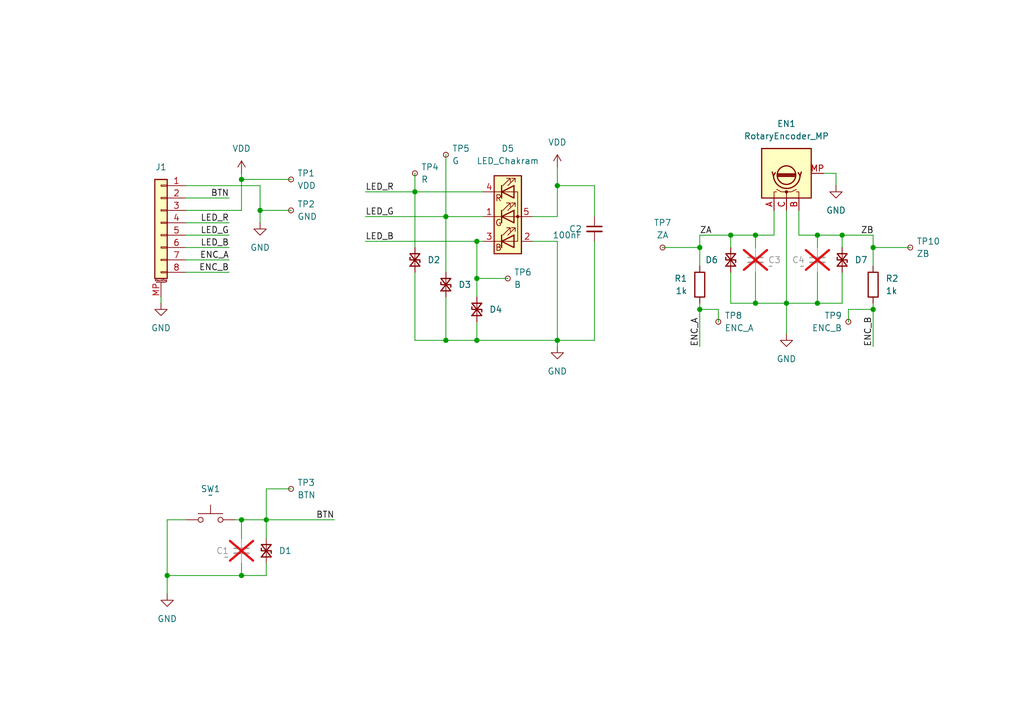
<source format=kicad_sch>
(kicad_sch (version 20231120) (generator "eeschema") (generator_version "8.0")
  (paper "A5")
  (title_block (title "Chakram Scroll Wheel") (date "2024-07-04") (rev "1.0") (company "Petr Moucha") (comment 2 "Licensed under CERN-OHL-W v2"))
  (lib_symbols
    (symbol "Connector:TestPoint_Small" (pin_numbers hide) (pin_names (offset 0.762) hide)
      (property "Reference" "TP" (at 0 3.81 0))
      (property "Value" "TestPoint_Small" (at 0 2.032 0))
      (symbol "TestPoint_Small_0_1"
        (circle (center 0 0) (radius 0.508))
      )
      (symbol "TestPoint_Small_1_1"
        (pin passive line (at 0 0 90) (length 0) (name "1") (number "1"))
      )
    )
    (symbol "Connector_Generic_MountingPin:Conn_01x08_MountingPin" (pin_names (offset 1.016) hide)
      (property "Reference" "J" (at 0 10.16 0))
      (property "Value" "Conn_01x08_MountingPin" (at 1.27 -12.7 0))
      (symbol "Conn_01x08_MountingPin_1_1"
        (rectangle (start -1.27 -10.033) (end 0 -10.287) (stroke (width 0.1524)))
        (rectangle (start -1.27 -7.493) (end 0 -7.747) (stroke (width 0.1524)))
        (rectangle (start -1.27 -4.953) (end 0 -5.207) (stroke (width 0.1524)))
        (rectangle (start -1.27 -2.413) (end 0 -2.667) (stroke (width 0.1524)))
        (rectangle (start -1.27 0.127) (end 0 -0.127) (stroke (width 0.1524)))
        (rectangle (start -1.27 2.667) (end 0 2.413) (stroke (width 0.1524)))
        (rectangle (start -1.27 5.207) (end 0 4.953) (stroke (width 0.1524)))
        (rectangle (start -1.27 7.747) (end 0 7.493) (stroke (width 0.1524)))
        (rectangle (start -1.27 8.89) (end 1.27 -11.43) (stroke (width 0.254)) (fill (type background)))
        (polyline (pts (xy -1.016 -12.192) (xy 1.016 -12.192)) (stroke (width 0.1524)))
        (text "Mounting" (at 0 -11.811 0) (effects (font (size 0.381 0.381))))
        (pin passive line (at -5.08 7.62 0) (length 3.81) (name "Pin_1") (number "1"))
        (pin passive line (at -5.08 5.08 0) (length 3.81) (name "Pin_2") (number "2"))
        (pin passive line (at -5.08 2.54 0) (length 3.81) (name "Pin_3") (number "3"))
        (pin passive line (at -5.08 0 0) (length 3.81) (name "Pin_4") (number "4"))
        (pin passive line (at -5.08 -2.54 0) (length 3.81) (name "Pin_5") (number "5"))
        (pin passive line (at -5.08 -5.08 0) (length 3.81) (name "Pin_6") (number "6"))
        (pin passive line (at -5.08 -7.62 0) (length 3.81) (name "Pin_7") (number "7"))
        (pin passive line (at -5.08 -10.16 0) (length 3.81) (name "Pin_8") (number "8"))
        (pin passive line (at 0 -15.24 90) (length 3.048) (name "MountPin") (number "MP"))
      )
    )
    (symbol "Device:C_Small" (pin_numbers hide) (pin_names (offset 0.254) hide)
      (property "Reference" "C" (at 0.254 1.778 0))
      (property "Value" "C_Small" (at 0.254 -2.032 0))
      (symbol "C_Small_0_1"
        (polyline (pts (xy -1.524 -0.508) (xy 1.524 -0.508)) (stroke (width 0.3302)))
        (polyline (pts (xy -1.524 0.508) (xy 1.524 0.508)) (stroke (width 0.3048)))
      )
      (symbol "C_Small_1_1"
        (pin passive line (at 0 2.54 270) (length 2.032) (name "~") (number "1"))
        (pin passive line (at 0 -2.54 90) (length 2.032) (name "~") (number "2"))
      )
    )
    (symbol "Device:D_TVS_Small" (pin_numbers hide) (pin_names (offset 1.016) hide)
      (property "Reference" "D" (at 0 2.54 0))
      (property "Value" "D_TVS_Small" (at 0 -2.54 0))
      (symbol "D_TVS_Small_0_1"
        (polyline (pts (xy -1.27 0) (xy 1.27 0)))
        (polyline (pts (xy 0.508 1.016) (xy 0 1.016) (xy 0 -1.016) (xy -0.508 -1.016)) (stroke (width 0.254)))
        (polyline (pts (xy -1.27 1.016) (xy -1.27 -1.016) (xy 1.27 1.016) (xy 1.27 -1.016) (xy -1.27 1.016)) (stroke (width 0.254)))
      )
      (symbol "D_TVS_Small_1_1"
        (pin passive line (at -2.54 0 0) (length 1.27) (name "A1") (number "1"))
        (pin passive line (at 2.54 0 180) (length 1.27) (name "A2") (number "2"))
      )
    )
    (symbol "Device:R" (pin_numbers hide) (pin_names (offset 0))
      (property "Reference" "R" (at 2.032 0 90))
      (property "Value" "R" (at 0 0 90))
      (symbol "R_0_1"
        (rectangle (start -1.016 -2.54) (end 1.016 2.54) (stroke (width 0.254)))
      )
      (symbol "R_1_1"
        (pin passive line (at 0 3.81 270) (length 1.27) (name "~") (number "1"))
        (pin passive line (at 0 -3.81 90) (length 1.27) (name "~") (number "2"))
      )
    )
    (symbol "Moucha_Mechanical:RotaryEncoder_MP" (pin_names (offset 0.254) hide)
      (property "Reference" "EN" (at 0 8.89 0))
      (property "Value" "RotaryEncoder_MP" (at 0 6.35 0))
      (symbol "RotaryEncoder_MP_0_1"
        (rectangle (start -5.08 5.08) (end 5.08 -5.08) (stroke (width 0.254)) (fill (type background)))
        (circle (center -3.81 0) (radius 0.254) (fill (type outline)))
        (circle (center -0.381 0) (radius 1.905) (stroke (width 0.254)))
        (arc (start -0.381 2.667) (mid -3.0988 -0.0635) (end -0.381 -2.794) (stroke (width 0.254)))
        (polyline (pts (xy -0.635 -1.778) (xy -0.635 1.778)) (stroke (width 0.254)))
        (polyline (pts (xy -0.381 -1.778) (xy -0.381 1.778)) (stroke (width 0.254)))
        (polyline (pts (xy -0.127 1.778) (xy -0.127 -1.778)) (stroke (width 0.254)))
        (polyline (pts (xy -5.08 -2.54) (xy -3.81 -2.54) (xy -3.81 -2.032)))
        (polyline (pts (xy -5.08 2.54) (xy -3.81 2.54) (xy -3.81 2.032)))
        (polyline (pts (xy 0.254 -3.048) (xy -0.508 -2.794) (xy 0.127 -2.413)) (stroke (width 0.254)))
        (polyline (pts (xy 0.254 2.921) (xy -0.508 2.667) (xy 0.127 2.286)) (stroke (width 0.254)))
        (polyline (pts (xy -5.08 0) (xy -3.81 0) (xy -3.81 -1.016) (xy -3.302 -2.032)))
        (polyline (pts (xy -4.318 0) (xy -3.81 0) (xy -3.81 1.016) (xy -3.302 2.032)))
      )
      (symbol "RotaryEncoder_MP_1_1"
        (pin passive line (at -7.62 2.54 0) (length 2.54) (name "A") (number "A"))
        (pin passive line (at -7.62 -2.54 0) (length 2.54) (name "B") (number "B"))
        (pin passive line (at -7.62 0 0) (length 2.54) (name "C") (number "C"))
        (pin passive line (at 0 -7.62 90) (length 2.54) (name "MP") (number "MP"))
      )
    )
    (symbol "Moucha_Modules:LED_Chakram" (pin_names (offset 0) hide)
      (property "Reference" "D" (at 0 9.398 0))
      (property "Value" "LED_Chakram" (at 0 -8.89 0))
      (symbol "LED_Chakram_0_0"
        (text "B" (at -1.905 -6.35 0) (effects (font (size 1.27 1.27))))
        (text "G" (at -1.905 -1.27 0) (effects (font (size 1.27 1.27))))
        (text "R" (at -1.905 3.81 0) (effects (font (size 1.27 1.27))))
      )
      (symbol "LED_Chakram_0_1"
        (rectangle (start -2.794 8.382) (end 2.794 -7.62) (stroke (width 0.254)) (fill (type background)))
        (polyline (pts (xy -1.27 -5.08) (xy -2.54 -5.08)))
        (polyline (pts (xy -1.27 -5.08) (xy 1.27 -5.08)))
        (polyline (pts (xy -1.27 -3.81) (xy -1.27 -6.35)) (stroke (width 0.254)))
        (polyline (pts (xy -1.27 0) (xy -2.54 0)))
        (polyline (pts (xy -1.27 1.27) (xy -1.27 -1.27)) (stroke (width 0.254)))
        (polyline (pts (xy -1.27 5.08) (xy -2.54 5.08)))
        (polyline (pts (xy -1.27 5.08) (xy 1.27 5.08)))
        (polyline (pts (xy -1.27 6.35) (xy -1.27 3.81)) (stroke (width 0.254)))
        (polyline (pts (xy 1.27 0) (xy -1.27 0)))
        (polyline (pts (xy 1.27 0) (xy 2.54 0)))
        (polyline (pts (xy -1.27 1.27) (xy -1.27 -1.27) (xy -1.27 -1.27)))
        (polyline (pts (xy -1.27 6.35) (xy -1.27 3.81) (xy -1.27 3.81)))
        (polyline (pts (xy 1.27 -5.08) (xy 2.032 -5.08) (xy 2.032 5.08) (xy 1.27 5.08)))
        (polyline (pts (xy 1.27 -3.81) (xy 1.27 -6.35) (xy -1.27 -5.08) (xy 1.27 -3.81)) (stroke (width 0.254)))
        (polyline (pts (xy 1.27 1.27) (xy 1.27 -1.27) (xy -1.27 0) (xy 1.27 1.27)) (stroke (width 0.254)))
        (polyline (pts (xy 1.27 6.35) (xy 1.27 3.81) (xy -1.27 5.08) (xy 1.27 6.35)) (stroke (width 0.254)))
        (polyline (pts (xy -1.016 -3.81) (xy 0.508 -2.286) (xy -0.254 -2.286) (xy 0.508 -2.286) (xy 0.508 -3.048)))
        (polyline (pts (xy -1.016 1.27) (xy 0.508 2.794) (xy -0.254 2.794) (xy 0.508 2.794) (xy 0.508 2.032)))
        (polyline (pts (xy -1.016 6.35) (xy 0.508 7.874) (xy -0.254 7.874) (xy 0.508 7.874) (xy 0.508 7.112)))
        (polyline (pts (xy 0 -3.81) (xy 1.524 -2.286) (xy 0.762 -2.286) (xy 1.524 -2.286) (xy 1.524 -3.048)))
        (polyline (pts (xy 0 1.27) (xy 1.524 2.794) (xy 0.762 2.794) (xy 1.524 2.794) (xy 1.524 2.032)))
        (polyline (pts (xy 0 6.35) (xy 1.524 7.874) (xy 0.762 7.874) (xy 1.524 7.874) (xy 1.524 7.112)))
        (rectangle (start 1.27 -1.27) (end 1.27 1.27))
        (rectangle (start 1.27 1.27) (end 1.27 1.27))
        (rectangle (start 1.27 3.81) (end 1.27 6.35))
        (rectangle (start 1.27 6.35) (end 1.27 6.35))
        (circle (center 2.032 0) (radius 0.254) (fill (type outline)))
      )
      (symbol "LED_Chakram_1_1"
        (pin passive line (at -5.08 0 0) (length 2.54) (name "GK") (number "1"))
        (pin passive line (at 5.08 -5.08 180) (length 2.2) (name "EP") (number "2"))
        (pin passive line (at -5.08 -5.08 0) (length 2.54) (name "BK") (number "3"))
        (pin passive line (at -5.08 5.08 0) (length 2.54) (name "RK") (number "4"))
        (pin passive line (at 5.08 0 180) (length 2.54) (name "A") (number "5"))
      )
    )
    (symbol "Switch:SW_Push" (pin_numbers hide) (pin_names (offset 1.016) hide)
      (property "Reference" "SW" (at 1.27 2.54 0))
      (property "Value" "SW_Push" (at 0 -1.524 0))
      (symbol "SW_Push_0_1"
        (circle (center -2.032 0) (radius 0.508))
        (polyline (pts (xy 0 1.27) (xy 0 3.048)))
        (polyline (pts (xy 2.54 1.27) (xy -2.54 1.27)))
        (circle (center 2.032 0) (radius 0.508))
        (pin passive line (at -5.08 0 0) (length 2.54) (name "1") (number "1"))
        (pin passive line (at 5.08 0 180) (length 2.54) (name "2") (number "2"))
      )
    )
    (symbol "power:GND" (power) (pin_numbers hide) (pin_names (offset 0) hide)
      (property "Value" "GND" (at 0 -3.81 0))
      (symbol "GND_0_1"
        (polyline (pts (xy 0 0) (xy 0 -1.27) (xy 1.27 -1.27) (xy 0 -2.54) (xy -1.27 -1.27) (xy 0 -1.27)))
      )
      (symbol "GND_1_1"
        (pin power_in line (at 0 0 270) (length 0) (name "~") (number "1"))
      )
    )
    (symbol "power:VDD" (power) (pin_numbers hide) (pin_names (offset 0) hide)
      (property "Value" "VDD" (at 0 3.556 0))
      (symbol "VDD_0_1"
        (polyline (pts (xy -0.762 1.27) (xy 0 2.54)))
        (polyline (pts (xy 0 0) (xy 0 2.54)))
        (polyline (pts (xy 0 2.54) (xy 0.762 1.27)))
      )
      (symbol "VDD_1_1"
        (pin power_in line (at 0 0 90) (length 0) (name "~") (number "1"))
      )
    )
  )
  (junction (at 91.44 69.85))
  (junction (at 54.61 106.68))
  (junction (at 154.94 48.26))
  (junction (at 143.51 63.5))
  (junction (at 49.53 118.11))
  (junction (at 49.53 36.83))
  (junction (at 91.44 44.45))
  (junction (at 97.79 69.85))
  (junction (at 172.72 48.26))
  (junction (at 85.09 39.37))
  (junction (at 149.86 48.26))
  (junction (at 34.29 118.11))
  (junction (at 53.34 43.18))
  (junction (at 114.3 38.1))
  (junction (at 179.07 50.8))
  (junction (at 97.79 49.53))
  (junction (at 167.64 48.26))
  (junction (at 161.29 62.23))
  (junction (at 154.94 62.23))
  (junction (at 143.51 50.8))
  (junction (at 97.79 57.15))
  (junction (at 179.07 63.5))
  (junction (at 167.64 62.23))
  (junction (at 49.53 106.68))
  (junction (at 114.3 69.85))
  (wire (pts (xy 49.53 106.68) (xy 54.61 106.68)))
  (wire (pts (xy 149.86 55.88) (xy 149.86 62.23)))
  (wire (pts (xy 143.51 48.26) (xy 149.86 48.26)))
  (wire (pts (xy 149.86 48.26) (xy 149.86 50.8)))
  (wire (pts (xy 143.51 63.5) (xy 147.32 63.5)))
  (wire (pts (xy 154.94 55.88) (xy 154.94 62.23)))
  (wire (pts (xy 53.34 38.1) (xy 53.34 43.18)))
  (wire (pts (xy 163.83 43.18) (xy 163.83 48.26)))
  (wire (pts (xy 135.89 50.8) (xy 143.51 50.8)))
  (wire (pts (xy 179.07 62.23) (xy 179.07 63.5)))
  (wire (pts (xy 53.34 43.18) (xy 59.69 43.18)))
  (wire (pts (xy 38.1 38.1) (xy 53.34 38.1)))
  (wire (pts (xy 97.79 49.53) (xy 97.79 57.15)))
  (wire (pts (xy 49.53 118.11) (xy 34.29 118.11)))
  (wire (pts (xy 109.22 44.45) (xy 114.3 44.45)))
  (wire (pts (xy 97.79 49.53) (xy 99.06 49.53)))
  (wire (pts (xy 173.99 63.5) (xy 179.07 63.5)))
  (wire (pts (xy 97.79 69.85) (xy 114.3 69.85)))
  (wire (pts (xy 38.1 106.68) (xy 34.29 106.68)))
  (wire (pts (xy 172.72 55.88) (xy 172.72 62.23)))
  (wire (pts (xy 168.91 35.56) (xy 171.45 35.56)))
  (wire (pts (xy 38.1 43.18) (xy 49.53 43.18)))
  (wire (pts (xy 161.29 43.18) (xy 161.29 62.23)))
  (wire (pts (xy 143.51 50.8) (xy 143.51 54.61)))
  (wire (pts (xy 54.61 115.57) (xy 54.61 118.11)))
  (wire (pts (xy 154.94 62.23) (xy 161.29 62.23)))
  (wire (pts (xy 74.93 49.53) (xy 97.79 49.53)))
  (wire (pts (xy 149.86 48.26) (xy 154.94 48.26)))
  (wire (pts (xy 172.72 48.26) (xy 172.72 50.8)))
  (wire (pts (xy 34.29 106.68) (xy 34.29 118.11)))
  (wire (pts (xy 85.09 39.37) (xy 85.09 50.8)))
  (wire (pts (xy 49.53 36.83) (xy 49.53 43.18)))
  (wire (pts (xy 143.51 63.5) (xy 143.51 71.12)))
  (wire (pts (xy 173.99 63.5) (xy 173.99 66.04)))
  (wire (pts (xy 91.44 44.45) (xy 91.44 55.88)))
  (wire (pts (xy 121.92 69.85) (xy 114.3 69.85)))
  (wire (pts (xy 97.79 57.15) (xy 104.14 57.15)))
  (wire (pts (xy 143.51 62.23) (xy 143.51 63.5)))
  (wire (pts (xy 91.44 60.96) (xy 91.44 69.85)))
  (wire (pts (xy 38.1 55.88) (xy 46.99 55.88)))
  (wire (pts (xy 114.3 49.53) (xy 114.3 69.85)))
  (wire (pts (xy 114.3 44.45) (xy 114.3 38.1)))
  (wire (pts (xy 38.1 48.26) (xy 46.99 48.26)))
  (wire (pts (xy 33.02 60.96) (xy 33.02 62.23)))
  (wire (pts (xy 49.53 36.83) (xy 59.69 36.83)))
  (wire (pts (xy 163.83 48.26) (xy 167.64 48.26)))
  (wire (pts (xy 97.79 57.15) (xy 97.79 60.96)))
  (wire (pts (xy 167.64 48.26) (xy 172.72 48.26)))
  (wire (pts (xy 121.92 44.45) (xy 121.92 38.1)))
  (wire (pts (xy 179.07 50.8) (xy 186.69 50.8)))
  (wire (pts (xy 38.1 40.64) (xy 46.99 40.64)))
  (wire (pts (xy 91.44 69.85) (xy 97.79 69.85)))
  (wire (pts (xy 54.61 118.11) (xy 49.53 118.11)))
  (wire (pts (xy 49.53 115.57) (xy 49.53 118.11)))
  (wire (pts (xy 167.64 55.88) (xy 167.64 62.23)))
  (wire (pts (xy 91.44 31.75) (xy 91.44 44.45)))
  (wire (pts (xy 114.3 38.1) (xy 114.3 34.29)))
  (wire (pts (xy 147.32 63.5) (xy 147.32 66.04)))
  (wire (pts (xy 54.61 106.68) (xy 68.58 106.68)))
  (wire (pts (xy 172.72 62.23) (xy 167.64 62.23)))
  (wire (pts (xy 85.09 69.85) (xy 91.44 69.85)))
  (wire (pts (xy 179.07 63.5) (xy 179.07 71.12)))
  (wire (pts (xy 121.92 38.1) (xy 114.3 38.1)))
  (wire (pts (xy 49.53 35.56) (xy 49.53 36.83)))
  (wire (pts (xy 38.1 53.34) (xy 46.99 53.34)))
  (wire (pts (xy 179.07 50.8) (xy 179.07 54.61)))
  (wire (pts (xy 167.64 62.23) (xy 161.29 62.23)))
  (wire (pts (xy 48.26 106.68) (xy 49.53 106.68)))
  (wire (pts (xy 171.45 35.56) (xy 171.45 38.1)))
  (wire (pts (xy 74.93 44.45) (xy 91.44 44.45)))
  (wire (pts (xy 85.09 39.37) (xy 99.06 39.37)))
  (wire (pts (xy 158.75 48.26) (xy 158.75 43.18)))
  (wire (pts (xy 85.09 55.88) (xy 85.09 69.85)))
  (wire (pts (xy 85.09 35.56) (xy 85.09 39.37)))
  (wire (pts (xy 54.61 100.33) (xy 54.61 106.68)))
  (wire (pts (xy 74.93 39.37) (xy 85.09 39.37)))
  (wire (pts (xy 53.34 43.18) (xy 53.34 45.72)))
  (wire (pts (xy 34.29 118.11) (xy 34.29 121.92)))
  (wire (pts (xy 38.1 45.72) (xy 46.99 45.72)))
  (wire (pts (xy 154.94 48.26) (xy 154.94 50.8)))
  (wire (pts (xy 109.22 49.53) (xy 114.3 49.53)))
  (wire (pts (xy 172.72 48.26) (xy 179.07 48.26)))
  (wire (pts (xy 49.53 106.68) (xy 49.53 110.49)))
  (wire (pts (xy 114.3 69.85) (xy 114.3 71.12)))
  (wire (pts (xy 121.92 49.53) (xy 121.92 69.85)))
  (wire (pts (xy 167.64 48.26) (xy 167.64 50.8)))
  (wire (pts (xy 91.44 44.45) (xy 99.06 44.45)))
  (wire (pts (xy 97.79 66.04) (xy 97.79 69.85)))
  (wire (pts (xy 59.69 100.33) (xy 54.61 100.33)))
  (wire (pts (xy 149.86 62.23) (xy 154.94 62.23)))
  (wire (pts (xy 143.51 48.26) (xy 143.51 50.8)))
  (wire (pts (xy 161.29 62.23) (xy 161.29 68.58)))
  (wire (pts (xy 154.94 48.26) (xy 158.75 48.26)))
  (wire (pts (xy 38.1 50.8) (xy 46.99 50.8)))
  (wire (pts (xy 54.61 106.68) (xy 54.61 110.49)))
  (wire (pts (xy 179.07 48.26) (xy 179.07 50.8)))
  (label "ZB" (at 176.53 48.26 0))
  (label "ENC_B" (at 46.99 55.88 180))
  (label "ENC_A" (at 46.99 53.34 180))
  (label "LED_G" (at 46.99 48.26 180))
  (label "ZA" (at 143.51 48.26 0))
  (label "BTN" (at 46.99 40.64 180))
  (label "LED_B" (at 46.99 50.8 180))
  (label "LED_R" (at 74.93 39.37 0))
  (label "LED_R" (at 46.99 45.72 180))
  (label "LED_G" (at 74.93 44.45 0))
  (label "ENC_B" (at 179.07 71.12 90))
  (label "BTN" (at 68.58 106.68 180))
  (label "LED_B" (at 74.93 49.53 0))
  (label "ENC_A" (at 143.51 71.12 90))
  (symbol (lib_id "Connector:TestPoint_Small") (at 91.44 31.75 0) (unit 1)
    (property "Reference" "TP5" (at 92.71 30.4799 0) (effects (justify left)))
    (property "Value" "G" (at 92.71 33.0199 0) (effects (justify left)))
    (property "Footprint" "TestPoint:TestPoint_Pad_D1.0mm" (effects (hide yes)))
    (property "Description" "test point" (effects (hide yes)))
  )
  (symbol (lib_id "Device:D_TVS_Small") (at 54.61 113.03 90) (unit 1)
    (property "Reference" "D1" (at 57.15 113.0299 90) (effects (justify right)))
    (property "Value" "D_TVS_Small" (effects (hide yes)))
    (property "Footprint" "Diode_SMD:D_0402_1005Metric" (effects (hide yes)))
    (property "Description" "Bidirectional transient-voltage-suppression diode, small symbol" (effects (hide yes)))
  )
  (symbol (lib_id "power:GND") (at 53.34 45.72 0) (unit 1)
    (property "Reference" "#PWR04" (effects (hide yes)))
    (property "Value" "GND" (at 53.34 50.8 0))
    (property "Description" "Power symbol creates a global label with name \"GND\" , ground" (effects (hide yes)))
  )
  (symbol (lib_id "power:GND") (at 33.02 62.23 0) (unit 1)
    (property "Reference" "#PWR01" (effects (hide yes)))
    (property "Value" "GND" (at 33.02 67.31 0))
    (property "Description" "Power symbol creates a global label with name \"GND\" , ground" (effects (hide yes)))
  )
  (symbol (lib_id "Connector:TestPoint_Small") (at 173.99 66.04 0) (mirror y) (unit 1)
    (property "Reference" "TP9" (at 172.72 64.7699 0) (effects (justify left)))
    (property "Value" "ENC_B" (at 172.72 67.3099 0) (effects (justify left)))
    (property "Footprint" "TestPoint:TestPoint_Pad_D1.0mm" (effects (hide yes)))
    (property "Description" "test point" (effects (hide yes)))
  )
  (symbol (lib_id "Device:D_TVS_Small") (at 149.86 53.34 90) (unit 1)
    (property "Reference" "D6" (at 147.32 53.3399 90) (effects (justify left)))
    (property "Value" "D_TVS_Small" (effects (hide yes)))
    (property "Footprint" "Diode_SMD:D_0402_1005Metric" (effects (hide yes)))
    (property "Description" "Bidirectional transient-voltage-suppression diode, small symbol" (effects (hide yes)))
  )
  (symbol (lib_id "Device:D_TVS_Small") (at 172.72 53.34 90) (unit 1)
    (property "Reference" "D7" (at 175.26 53.3399 90) (effects (justify right)))
    (property "Value" "D_TVS_Small" (effects (hide yes)))
    (property "Footprint" "Diode_SMD:D_0402_1005Metric" (effects (hide yes)))
    (property "Description" "Bidirectional transient-voltage-suppression diode, small symbol" (effects (hide yes)))
  )
  (symbol (lib_id "Connector:TestPoint_Small") (at 59.69 43.18 0) (unit 1)
    (property "Reference" "TP2" (at 60.96 41.9099 0) (effects (justify left)))
    (property "Value" "GND" (at 60.96 44.4499 0) (effects (justify left)))
    (property "Footprint" "TestPoint:TestPoint_Pad_D1.0mm" (effects (hide yes)))
    (property "Description" "test point" (effects (hide yes)))
  )
  (symbol (lib_id "Device:D_TVS_Small") (at 91.44 58.42 90) (unit 1)
    (property "Reference" "D3" (at 93.98 58.4199 90) (effects (justify right)))
    (property "Value" "D_TVS_Small" (effects (hide yes)))
    (property "Footprint" "Diode_SMD:D_0402_1005Metric" (effects (hide yes)))
    (property "Description" "Bidirectional transient-voltage-suppression diode, small symbol" (effects (hide yes)))
  )
  (symbol (lib_id "Connector:TestPoint_Small") (at 85.09 35.56 0) (unit 1)
    (property "Reference" "TP4" (at 86.36 34.2899 0) (effects (justify left)))
    (property "Value" "R" (at 86.36 36.8299 0) (effects (justify left)))
    (property "Footprint" "TestPoint:TestPoint_Pad_D1.0mm" (effects (hide yes)))
    (property "Description" "test point" (effects (hide yes)))
  )
  (symbol (lib_id "Device:C_Small") (at 167.64 53.34 0) (unit 1) (in_bom no) (dnp yes)
    (property "Reference" "C4" (at 165.1 53.34 0) (effects (justify right)))
    (property "Value" "~" (at 165.1 54.6163 0) (effects (justify right)))
    (property "Footprint" "Capacitor_SMD:C_0402_1005Metric" (effects (hide yes)))
    (property "Description" "Unpolarized capacitor, small symbol" (effects (hide yes)))
  )
  (symbol (lib_id "Device:D_TVS_Small") (at 97.79 63.5 90) (unit 1)
    (property "Reference" "D4" (at 100.33 63.4999 90) (effects (justify right)))
    (property "Value" "D_TVS_Small" (effects (hide yes)))
    (property "Footprint" "Diode_SMD:D_0402_1005Metric" (effects (hide yes)))
    (property "Description" "Bidirectional transient-voltage-suppression diode, small symbol" (effects (hide yes)))
  )
  (symbol (lib_id "power:GND") (at 114.3 71.12 0) (unit 1)
    (property "Reference" "#PWR06" (effects (hide yes)))
    (property "Value" "GND" (at 114.3 76.2 0))
    (property "Description" "Power symbol creates a global label with name \"GND\" , ground" (effects (hide yes)))
  )
  (symbol (lib_id "power:VDD") (at 49.53 35.56 0) (unit 1)
    (property "Reference" "#PWR03" (effects (hide yes)))
    (property "Value" "VDD" (at 49.53 30.48 0))
    (property "Description" "Power symbol creates a global label with name \"VDD\"" (effects (hide yes)))
  )
  (symbol (lib_id "Connector:TestPoint_Small") (at 104.14 57.15 0) (unit 1)
    (property "Reference" "TP6" (at 105.41 55.8799 0) (effects (justify left)))
    (property "Value" "B" (at 105.41 58.4199 0) (effects (justify left)))
    (property "Footprint" "TestPoint:TestPoint_Pad_D1.0mm" (effects (hide yes)))
    (property "Description" "test point" (effects (hide yes)))
  )
  (symbol (lib_id "Switch:SW_Push") (at 43.18 106.68 0) (unit 1)
    (property "Reference" "SW1" (at 43.18 100.33 0))
    (property "Value" "~" (at 43.18 101.6 0))
    (property "Footprint" "Moucha_Primitives:SW_Push_EVQP0" (effects (hide yes)))
    (property "Description" "Push button switch, generic, two pins" (effects (hide yes)))
  )
  (symbol (lib_id "Connector:TestPoint_Small") (at 186.69 50.8 0) (unit 1)
    (property "Reference" "TP10" (at 187.96 49.5299 0) (effects (justify left)))
    (property "Value" "ZB" (at 187.96 52.0699 0) (effects (justify left)))
    (property "Footprint" "TestPoint:TestPoint_Pad_D1.0mm" (effects (hide yes)))
    (property "Description" "test point" (effects (hide yes)))
  )
  (symbol (lib_id "Device:R") (at 143.51 58.42 0) (unit 1)
    (property "Reference" "R1" (at 140.97 57.1499 0) (effects (justify right)))
    (property "Value" "1k" (at 140.97 59.6899 0) (effects (justify right)))
    (property "Footprint" "Resistor_SMD:R_0402_1005Metric" (effects (hide yes)))
    (property "Description" "Resistor" (effects (hide yes)))
  )
  (symbol (lib_id "power:GND") (at 161.29 68.58 0) (unit 1)
    (property "Reference" "#PWR07" (effects (hide yes)))
    (property "Value" "GND" (at 161.29 73.66 0))
    (property "Description" "Power symbol creates a global label with name \"GND\" , ground" (effects (hide yes)))
  )
  (symbol (lib_id "Device:D_TVS_Small") (at 85.09 53.34 90) (unit 1)
    (property "Reference" "D2" (at 87.63 53.3399 90) (effects (justify right)))
    (property "Value" "D_TVS_Small" (effects (hide yes)))
    (property "Footprint" "Diode_SMD:D_0402_1005Metric" (effects (hide yes)))
    (property "Description" "Bidirectional transient-voltage-suppression diode, small symbol" (effects (hide yes)))
  )
  (symbol (lib_id "power:GND") (at 171.45 38.1 0) (unit 1)
    (property "Reference" "#PWR08" (effects (hide yes)))
    (property "Value" "GND" (at 171.45 43.18 0))
    (property "Description" "Power symbol creates a global label with name \"GND\" , ground" (effects (hide yes)))
  )
  (symbol (lib_id "power:VDD") (at 114.3 34.29 0) (unit 1)
    (property "Reference" "#PWR05" (effects (hide yes)))
    (property "Value" "VDD" (at 114.3 29.21 0))
    (property "Description" "Power symbol creates a global label with name \"VDD\"" (effects (hide yes)))
  )
  (symbol (lib_id "Connector:TestPoint_Small") (at 135.89 50.8 90) (unit 1)
    (property "Reference" "TP7" (at 135.89 45.72 90))
    (property "Value" "ZA" (at 135.89 48.26 90))
    (property "Footprint" "TestPoint:TestPoint_Pad_D1.0mm" (effects (hide yes)))
    (property "Description" "test point" (effects (hide yes)))
  )
  (symbol (lib_id "Moucha_Mechanical:RotaryEncoder_MP") (at 161.29 35.56 90) (unit 1)
    (property "Reference" "EN1" (at 161.29 25.4 90))
    (property "Value" "RotaryEncoder_MP" (at 161.29 27.94 90))
    (property "Description" "Rotary encoder, dual channel, incremental quadrate outputs, with MP Pin" (effects (hide yes)))
  )
  (symbol (lib_id "Moucha_Modules:LED_Chakram") (at 104.14 44.45 0) (unit 1)
    (property "Reference" "D5" (at 104.14 30.48 0))
    (property "Value" "LED_Chakram" (at 104.14 33.02 0))
    (property "Footprint" "Moucha_Modules:LED_Chakram" (effects (hide yes)))
    (property "Description" "RGB LED, anode/red/green/blue" (effects (hide yes)))
  )
  (symbol (lib_id "Device:C_Small") (at 49.53 113.03 0) (unit 1) (in_bom no) (dnp yes)
    (property "Reference" "C1" (at 46.99 113.03 0) (effects (justify right)))
    (property "Value" "~" (at 46.99 114.3063 0) (effects (justify right)))
    (property "Footprint" "Capacitor_SMD:C_0402_1005Metric" (effects (hide yes)))
    (property "Description" "Unpolarized capacitor, small symbol" (effects (hide yes)))
  )
  (symbol (lib_id "Connector:TestPoint_Small") (at 147.32 66.04 0) (unit 1)
    (property "Reference" "TP8" (at 148.59 64.7699 0) (effects (justify left)))
    (property "Value" "ENC_A" (at 148.59 67.3099 0) (effects (justify left)))
    (property "Footprint" "TestPoint:TestPoint_Pad_D1.0mm" (effects (hide yes)))
    (property "Description" "test point" (effects (hide yes)))
  )
  (symbol (lib_id "Connector_Generic_MountingPin:Conn_01x08_MountingPin") (at 33.02 45.72 0) (mirror y) (unit 1)
    (property "Reference" "J1" (at 33.02 34.29 0))
    (property "Value" "FPC Connector" (effects (hide yes)))
    (property "Footprint" "Connector_FFC-FPC:Hirose_FH12-8S-0.5SH_1x08-1MP_P0.50mm_Horizontal" (effects (hide yes)))
    (property "Description" "Generic connectable mounting pin connector, single row, 01x08, script generated (kicad-library-utils/schlib/autogen/connector/)" (effects (hide yes)))
  )
  (symbol (lib_id "Device:R") (at 179.07 58.42 0) (unit 1)
    (property "Reference" "R2" (at 181.61 57.1499 0) (effects (justify left)))
    (property "Value" "1k" (at 181.61 59.6899 0) (effects (justify left)))
    (property "Footprint" "Resistor_SMD:R_0402_1005Metric" (effects (hide yes)))
    (property "Description" "Resistor" (effects (hide yes)))
  )
  (symbol (lib_id "Device:C_Small") (at 154.94 53.34 0) (unit 1) (in_bom no) (dnp yes)
    (property "Reference" "C3" (at 157.48 53.3462 0) (effects (justify left)))
    (property "Value" "~" (at 157.48 54.6162 0) (effects (justify left)))
    (property "Footprint" "Capacitor_SMD:C_0402_1005Metric" (effects (hide yes)))
    (property "Description" "Unpolarized capacitor, small symbol" (effects (hide yes)))
  )
  (symbol (lib_id "Connector:TestPoint_Small") (at 59.69 100.33 0) (unit 1)
    (property "Reference" "TP3" (at 60.96 99.0599 0) (effects (justify left)))
    (property "Value" "BTN" (at 60.96 101.5999 0) (effects (justify left)))
    (property "Footprint" "TestPoint:TestPoint_Pad_D1.0mm" (effects (hide yes)))
    (property "Description" "test point" (effects (hide yes)))
  )
  (symbol (lib_id "Device:C_Small") (at 121.92 46.99 0) (unit 1) (in_bom no)
    (property "Reference" "C2" (at 119.38 46.99 0) (effects (justify right)))
    (property "Value" "100nF" (at 119.38 48.2663 0) (effects (justify right)))
    (property "Footprint" "Capacitor_SMD:C_0402_1005Metric" (effects (hide yes)))
    (property "Description" "Unpolarized capacitor, small symbol" (effects (hide yes)))
  )
  (symbol (lib_id "Connector:TestPoint_Small") (at 59.69 36.83 0) (unit 1)
    (property "Reference" "TP1" (at 60.96 35.5599 0) (effects (justify left)))
    (property "Value" "VDD" (at 60.96 38.0999 0) (effects (justify left)))
    (property "Footprint" "TestPoint:TestPoint_Pad_D1.0mm" (effects (hide yes)))
    (property "Description" "test point" (effects (hide yes)))
  )
  (symbol (lib_id "power:GND") (at 34.29 121.92 0) (unit 1)
    (property "Reference" "#PWR02" (effects (hide yes)))
    (property "Value" "GND" (at 34.29 127 0))
    (property "Description" "Power symbol creates a global label with name \"GND\" , ground" (effects (hide yes)))
  )
)
</source>
